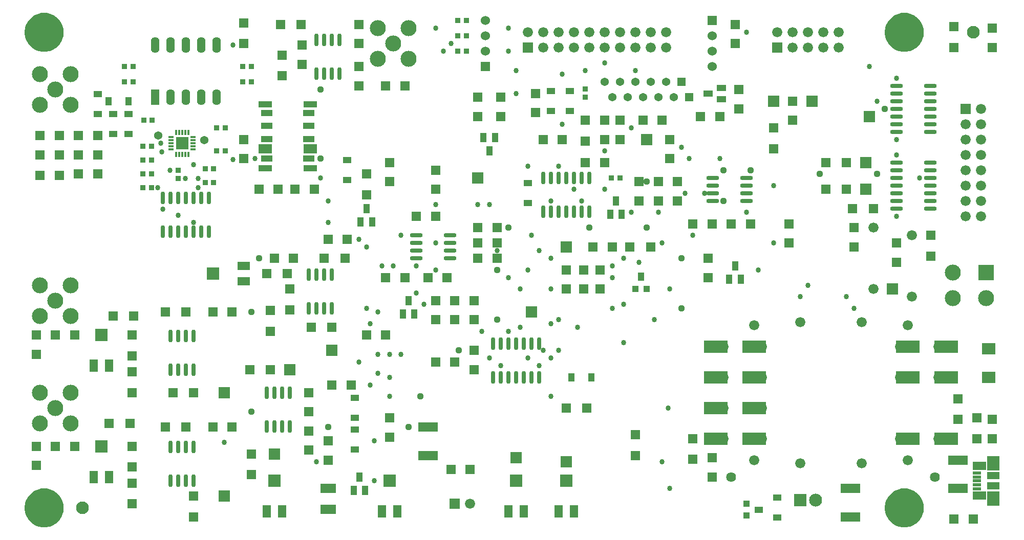
<source format=gts>
*%FSLAX24Y24*%
*%MOIN*%
G01*
%ADD11C,0.0000*%
%ADD12C,0.0050*%
%ADD13C,0.0060*%
%ADD14C,0.0070*%
%ADD15C,0.0073*%
%ADD16C,0.0079*%
%ADD17C,0.0080*%
%ADD18C,0.0098*%
%ADD19C,0.0100*%
%ADD20C,0.0120*%
%ADD21C,0.0160*%
%ADD22C,0.0200*%
%ADD23C,0.0200*%
%ADD24C,0.0240*%
%ADD25O,0.0240X0.0800*%
%ADD26O,0.0280X0.0840*%
%ADD27C,0.0300*%
%ADD28C,0.0300*%
%ADD29C,0.0320*%
%ADD30C,0.0340*%
%ADD31C,0.0360*%
%ADD32C,0.0380*%
%ADD33C,0.0394*%
%ADD34C,0.0400*%
%ADD35C,0.0400*%
%ADD36C,0.0430*%
%ADD37C,0.0434*%
%ADD38C,0.0440*%
%ADD39C,0.0500*%
%ADD40C,0.0500*%
%ADD41O,0.0500X0.1000*%
%ADD42C,0.0520*%
%ADD43C,0.0540*%
%ADD44O,0.0540X0.1040*%
%ADD45C,0.0560*%
%ADD46C,0.0580*%
%ADD47C,0.0600*%
%ADD48C,0.0620*%
%ADD49C,0.0630*%
%ADD50C,0.0640*%
%ADD51C,0.0650*%
%ADD52C,0.0660*%
%ADD53C,0.0670*%
%ADD54C,0.0760*%
%ADD55O,0.0800X0.0240*%
%ADD56C,0.0800*%
%ADD57C,0.0827*%
%ADD58O,0.0840X0.0280*%
%ADD59C,0.0840*%
%ADD60C,0.0850*%
%ADD61C,0.0870*%
%ADD62C,0.1000*%
%ADD63C,0.1040*%
%ADD64C,0.1516*%
%ADD65C,0.2500*%
%ADD66C,0.2500*%
%ADD67R,0.0100X0.0100*%
%ADD68R,0.0100X0.0320*%
%ADD69R,0.0140X0.0360*%
%ADD70R,0.0200X0.0200*%
%ADD71R,0.0300X0.0300*%
%ADD72R,0.0300X0.0300*%
%ADD73R,0.0320X0.0100*%
%ADD74R,0.0340X0.0340*%
%ADD75R,0.0350X0.0550*%
%ADD76R,0.0360X0.0140*%
%ADD77R,0.0360X0.0360*%
%ADD78R,0.0360X0.0500*%
%ADD79R,0.0394X0.0551*%
%ADD80R,0.0394X0.1102*%
%ADD81R,0.0400X0.0400*%
%ADD82R,0.0400X0.0500*%
%ADD83R,0.0400X0.0540*%
%ADD84R,0.0400X0.0750*%
%ADD85R,0.0434X0.0591*%
%ADD86R,0.0440X0.0540*%
%ADD87R,0.0500X0.0360*%
%ADD88R,0.0500X0.0400*%
%ADD89R,0.0500X0.0500*%
%ADD90R,0.0500X0.0500*%
%ADD91R,0.0500X0.0750*%
%ADD92R,0.0500X0.1000*%
%ADD93R,0.0532X0.0177*%
%ADD94R,0.0540X0.0400*%
%ADD95R,0.0540X0.0440*%
%ADD96R,0.0540X0.0540*%
%ADD97R,0.0540X0.0790*%
%ADD98R,0.0540X0.1040*%
%ADD99R,0.0550X0.0350*%
%ADD100R,0.0551X0.0394*%
%ADD101R,0.0560X0.0560*%
%ADD102R,0.0572X0.0217*%
%ADD103R,0.0591X0.0434*%
%ADD104R,0.0600X0.0600*%
%ADD105R,0.0620X0.0620*%
%ADD106R,0.0640X0.0640*%
%ADD107R,0.0650X0.0300*%
%ADD108R,0.0660X0.0660*%
%ADD109R,0.0700X0.0300*%
%ADD110R,0.0700X0.0340*%
%ADD111R,0.0700X0.0350*%
%ADD112R,0.0700X0.0700*%
%ADD113R,0.0700X0.0700*%
%ADD114R,0.0709X0.0394*%
%ADD115R,0.0740X0.0740*%
%ADD116R,0.0748X0.0465*%
%ADD117R,0.0748X0.0937*%
%ADD118R,0.0749X0.0434*%
%ADD119R,0.0750X0.0300*%
%ADD120R,0.0750X0.0400*%
%ADD121R,0.0750X0.0500*%
%ADD122R,0.0750X0.0550*%
%ADD123R,0.0750X0.0800*%
%ADD124R,0.0788X0.0505*%
%ADD125R,0.0788X0.0977*%
%ADD126R,0.0790X0.0540*%
%ADD127R,0.0790X0.0840*%
%ADD128R,0.0800X0.0350*%
%ADD129R,0.0800X0.0550*%
%ADD130R,0.0800X0.0750*%
%ADD131R,0.0800X0.0800*%
%ADD132R,0.0827X0.0394*%
%ADD133R,0.0827X0.0512*%
%ADD134R,0.0827X0.0591*%
%ADD135R,0.0840X0.0790*%
%ADD136R,0.0840X0.0840*%
%ADD137R,0.0850X0.0700*%
%ADD138R,0.0867X0.0434*%
%ADD139R,0.0867X0.0552*%
%ADD140R,0.0867X0.0631*%
%ADD141R,0.0890X0.0740*%
%ADD142R,0.0900X0.0900*%
%ADD143R,0.0960X0.0540*%
%ADD144R,0.1000X0.0600*%
%ADD145R,0.1000X0.1000*%
%ADD146R,0.1000X0.1000*%
%ADD147R,0.1040X0.0640*%
%ADD148R,0.1040X0.1040*%
%ADD149R,0.1100X0.1100*%
%ADD150R,0.1200X0.0500*%
%ADD151R,0.1200X0.1200*%
%ADD152R,0.1250X0.0600*%
%ADD153R,0.1290X0.0640*%
%ADD154R,0.1300X0.0650*%
%ADD155R,0.1300X0.0700*%
%ADD156R,0.1350X0.0600*%
%ADD157R,0.1350X0.0650*%
%ADD158R,0.1400X0.0650*%
%ADD159R,0.1400X0.0700*%
%ADD160R,0.1417X0.0551*%
%ADD161R,0.1500X0.0750*%
%ADD162R,0.1500X0.1500*%
%ADD163R,0.1540X0.0790*%
%ADD164R,0.1600X0.0150*%
%ADD165R,0.2500X0.2500*%
D11*
X87630Y63000D02*
D03*
X88080Y60050D02*
D03*
X88130Y51200D02*
D03*
X88630Y49750D02*
D03*
X88880Y36750D02*
D03*
X88630Y44250D02*
D03*
X87880Y40250D02*
D03*
X88380Y45750D02*
D03*
X87380Y48250D02*
D03*
Y46750D02*
D03*
X87630Y44750D02*
D03*
X87130Y42250D02*
D03*
Y33500D02*
D03*
X88880Y32750D02*
D03*
Y32250D02*
D03*
X86380Y52500D02*
D03*
X86630Y53500D02*
D03*
Y54500D02*
D03*
Y55500D02*
D03*
X86380Y57000D02*
D03*
X86130Y60500D02*
D03*
X85630Y59000D02*
D03*
Y54000D02*
D03*
X85080Y61700D02*
D03*
X85630Y34250D02*
D03*
X86630Y35500D02*
D03*
X85880Y38750D02*
D03*
X85380Y32750D02*
D03*
X85130Y32250D02*
D03*
X84080Y53900D02*
D03*
X84130Y57500D02*
D03*
X83880Y60000D02*
D03*
X84130Y59000D02*
D03*
Y55500D02*
D03*
X84380Y56500D02*
D03*
X84880Y51500D02*
D03*
Y48750D02*
D03*
X83380Y49000D02*
D03*
X84630Y46000D02*
D03*
X84130Y39250D02*
D03*
Y35500D02*
D03*
X84380Y34500D02*
D03*
X81480Y60400D02*
D03*
X82080Y56500D02*
D03*
X81680Y61450D02*
D03*
X81380Y35500D02*
D03*
Y34500D02*
D03*
X81880Y38500D02*
D03*
X79630Y62250D02*
D03*
X81130Y57500D02*
D03*
X79980Y64050D02*
D03*
X80230Y56950D02*
D03*
X79880Y60600D02*
D03*
X80630Y50750D02*
D03*
X80880Y49000D02*
D03*
X79880Y43000D02*
D03*
X80630Y40000D02*
D03*
X80880Y32250D02*
D03*
X78880Y61250D02*
D03*
X79130Y50000D02*
D03*
Y52500D02*
D03*
X78530Y58900D02*
D03*
X77880Y64750D02*
D03*
Y60500D02*
D03*
X78430Y56700D02*
D03*
X77880Y50250D02*
D03*
X77630Y53000D02*
D03*
X78130Y47000D02*
D03*
X78380Y45500D02*
D03*
X78130Y37750D02*
D03*
X78380Y32500D02*
D03*
X76380Y60750D02*
D03*
X75380Y62000D02*
D03*
X77130Y62250D02*
D03*
X75630Y53000D02*
D03*
X77130Y35500D02*
D03*
X76880Y34500D02*
D03*
X75880Y43000D02*
D03*
Y40000D02*
D03*
X75630Y32250D02*
D03*
X74130Y60750D02*
D03*
X75130Y54250D02*
D03*
X74030Y62400D02*
D03*
X74880Y35500D02*
D03*
Y48750D02*
D03*
X74130Y32250D02*
D03*
X71380Y61750D02*
D03*
X72130Y54000D02*
D03*
Y52750D02*
D03*
X71980Y55850D02*
D03*
X71880Y57750D02*
D03*
X73030Y57000D02*
D03*
X71880Y50750D02*
D03*
X71630Y35750D02*
D03*
X72380Y41500D02*
D03*
X73130Y34500D02*
D03*
Y49500D02*
D03*
X72130Y32500D02*
D03*
X69630Y57400D02*
D03*
X69880Y46000D02*
D03*
X71130Y48500D02*
D03*
X70630Y44500D02*
D03*
X69880Y42750D02*
D03*
X70630Y40500D02*
D03*
X70130Y38500D02*
D03*
X70630Y33750D02*
D03*
X68230Y58850D02*
D03*
X68580Y62850D02*
D03*
X68480Y49900D02*
D03*
X67880Y51000D02*
D03*
X67930Y54950D02*
D03*
X69380Y43750D02*
D03*
X67880Y47250D02*
D03*
Y48500D02*
D03*
Y33500D02*
D03*
X69380Y33250D02*
D03*
X67080Y51700D02*
D03*
X65880Y50750D02*
D03*
X66130Y44750D02*
D03*
X65630Y45750D02*
D03*
X66630Y42750D02*
D03*
Y40250D02*
D03*
X66130Y38750D02*
D03*
X66880Y33500D02*
D03*
X64380Y53750D02*
D03*
X64880Y56000D02*
D03*
X64130Y50750D02*
D03*
X65380Y51750D02*
D03*
X64630Y43250D02*
D03*
X64880Y36500D02*
D03*
X63880Y39250D02*
D03*
X64380Y40500D02*
D03*
Y37500D02*
D03*
X63380Y54750D02*
D03*
X63180Y64550D02*
D03*
X63030Y62450D02*
D03*
X63380Y52500D02*
D03*
Y42250D02*
D03*
Y45750D02*
D03*
Y36250D02*
D03*
Y34250D02*
D03*
Y32750D02*
D03*
X62080Y62500D02*
D03*
X61730Y61000D02*
D03*
X62130Y49250D02*
D03*
Y37750D02*
D03*
Y40750D02*
D03*
X62380Y42750D02*
D03*
X61630Y48000D02*
D03*
X59880Y58050D02*
D03*
X59780Y55800D02*
D03*
X61380Y44750D02*
D03*
Y43250D02*
D03*
X60380Y39000D02*
D03*
X59680Y46000D02*
D03*
X60730Y42100D02*
D03*
X60630Y49250D02*
D03*
X61130Y46000D02*
D03*
X59880Y32750D02*
D03*
X59380Y53750D02*
D03*
X57830Y63850D02*
D03*
X59230Y61100D02*
D03*
X58430Y55750D02*
D03*
X58380Y57750D02*
D03*
X59630Y44750D02*
D03*
Y35750D02*
D03*
X58880Y37600D02*
D03*
X59330Y42800D02*
D03*
X59080Y49200D02*
D03*
X59380Y47850D02*
D03*
X59630Y34000D02*
D03*
X56830Y63900D02*
D03*
X57030Y61350D02*
D03*
X57380Y52250D02*
D03*
X57180Y56450D02*
D03*
X57230Y54800D02*
D03*
X55880Y44150D02*
D03*
X56130Y35750D02*
D03*
X56880Y36500D02*
D03*
X56130Y37250D02*
D03*
X55880Y40550D02*
D03*
X56030Y47150D02*
D03*
X55730Y45850D02*
D03*
X55880Y48500D02*
D03*
X56880Y38750D02*
D03*
X56380Y33750D02*
D03*
Y32750D02*
D03*
X54180Y57100D02*
D03*
X54380Y62100D02*
D03*
X54130Y59400D02*
D03*
X54630Y49750D02*
D03*
Y50750D02*
D03*
Y51500D02*
D03*
X54880Y52500D02*
D03*
X54130Y53500D02*
D03*
X54380Y41750D02*
D03*
X55380Y36500D02*
D03*
X54230Y37200D02*
D03*
X53830Y44350D02*
D03*
X55630Y34750D02*
D03*
X54130Y40750D02*
D03*
X52030Y57000D02*
D03*
X52130Y62100D02*
D03*
X52180Y59400D02*
D03*
X52880Y51250D02*
D03*
X53130Y53000D02*
D03*
X52130Y35500D02*
D03*
X52280Y44250D02*
D03*
X53380Y45750D02*
D03*
X52130Y41000D02*
D03*
X53380Y34750D02*
D03*
X49880Y62250D02*
D03*
X51780Y54600D02*
D03*
X51130Y51250D02*
D03*
X50380Y40750D02*
D03*
X49880Y45000D02*
D03*
X51130Y43750D02*
D03*
X50630Y36400D02*
D03*
X50680Y39600D02*
D03*
X50980Y41950D02*
D03*
X51280Y44750D02*
D03*
X49930Y43500D02*
D03*
X50330Y47350D02*
D03*
X51380Y33250D02*
D03*
X48380Y59750D02*
D03*
Y61250D02*
D03*
X49730Y52750D02*
D03*
X49530Y50700D02*
D03*
X48230Y50750D02*
D03*
X48380Y40500D02*
D03*
X49280Y42150D02*
D03*
X48030Y45500D02*
D03*
Y43500D02*
D03*
X49280Y39750D02*
D03*
X48280Y37800D02*
D03*
X48230Y39400D02*
D03*
X48130Y36500D02*
D03*
X49130D02*
D03*
X47430Y55000D02*
D03*
X47630Y42000D02*
D03*
Y33000D02*
D03*
X46380Y64250D02*
D03*
X46630Y64750D02*
D03*
X46880Y62500D02*
D03*
Y59750D02*
D03*
X47130Y51500D02*
D03*
Y53000D02*
D03*
X46380Y51000D02*
D03*
X46130Y50000D02*
D03*
X45980Y57050D02*
D03*
X47130Y43250D02*
D03*
Y48250D02*
D03*
Y45500D02*
D03*
Y46500D02*
D03*
X46130Y35250D02*
D03*
X44780Y62050D02*
D03*
X45880Y58500D02*
D03*
X45180Y55150D02*
D03*
X44630Y44000D02*
D03*
X44880Y45400D02*
D03*
Y47000D02*
D03*
X45380Y42000D02*
D03*
X44430Y41250D02*
D03*
X45130Y35250D02*
D03*
X44630Y33000D02*
D03*
X43180Y63750D02*
D03*
X42580Y60500D02*
D03*
X42930Y55100D02*
D03*
X43130Y58000D02*
D03*
X42980Y59350D02*
D03*
X43880Y53000D02*
D03*
X43630Y50750D02*
D03*
X43130Y35000D02*
D03*
Y36750D02*
D03*
X43380Y33500D02*
D03*
X40830Y58450D02*
D03*
Y57300D02*
D03*
X40580Y53750D02*
D03*
X40130Y58750D02*
D03*
Y62250D02*
D03*
X41130Y63750D02*
D03*
Y62750D02*
D03*
X41630Y60000D02*
D03*
X40780Y56400D02*
D03*
X40580Y51250D02*
D03*
X40630Y52800D02*
D03*
X41880Y43850D02*
D03*
X40380Y34000D02*
D03*
X41630Y41250D02*
D03*
X41130Y46750D02*
D03*
X40130Y43500D02*
D03*
X41130D02*
D03*
X40130Y41250D02*
D03*
X41130Y38750D02*
D03*
Y37750D02*
D03*
X40880Y32750D02*
D03*
X38630Y54650D02*
D03*
X38880Y58750D02*
D03*
Y61250D02*
D03*
Y62250D02*
D03*
X39380Y55000D02*
D03*
X38330Y51000D02*
D03*
X39630Y51250D02*
D03*
X39680Y52850D02*
D03*
X39930Y40000D02*
D03*
X39880Y46750D02*
D03*
X39130Y47750D02*
D03*
Y49000D02*
D03*
Y39250D02*
D03*
X39380Y36750D02*
D03*
X38380Y35500D02*
D03*
X39380Y32750D02*
D03*
X36880Y56000D02*
D03*
X37780Y55800D02*
D03*
X37280Y57400D02*
D03*
X37880Y58750D02*
D03*
X37130Y62250D02*
D03*
X37880Y40000D02*
D03*
X37630Y44250D02*
D03*
Y41250D02*
D03*
Y37250D02*
D03*
X37380Y39000D02*
D03*
X37630Y34500D02*
D03*
Y32500D02*
D03*
X34230Y51000D02*
D03*
X35380Y57900D02*
D03*
X34380Y58750D02*
D03*
X35880Y60750D02*
D03*
X34880Y62250D02*
D03*
X34380Y53200D02*
D03*
Y45750D02*
D03*
X35880Y34000D02*
D03*
Y35750D02*
D03*
Y43000D02*
D03*
Y41250D02*
D03*
Y32500D02*
D03*
X33430Y55200D02*
D03*
X33630Y57800D02*
D03*
Y62250D02*
D03*
Y60250D02*
D03*
Y61250D02*
D03*
X32980Y56550D02*
D03*
X34130Y42250D02*
D03*
Y41250D02*
D03*
Y43750D02*
D03*
Y44750D02*
D03*
Y39500D02*
D03*
X33880Y37500D02*
D03*
Y36500D02*
D03*
Y35000D02*
D03*
Y34000D02*
D03*
X33630Y33250D02*
D03*
X32180Y58050D02*
D03*
X31880Y44500D02*
D03*
X32130Y42500D02*
D03*
Y36000D02*
D03*
Y33250D02*
D03*
X31280Y60100D02*
D03*
X30630Y54000D02*
D03*
X31180Y56700D02*
D03*
X30880Y58000D02*
D03*
X31230Y54750D02*
D03*
X31380Y34000D02*
D03*
Y39250D02*
D03*
X28830Y57950D02*
D03*
X29980Y56550D02*
D03*
X28730D02*
D03*
X29380Y54000D02*
D03*
X28730Y54650D02*
D03*
X29980Y54750D02*
D03*
X29380Y35400D02*
D03*
X28380Y35750D02*
D03*
X29880Y44250D02*
D03*
X29630Y42250D02*
D03*
X29880Y36750D02*
D03*
X27480Y56550D02*
D03*
X28130Y54000D02*
D03*
X26880D02*
D03*
X28180Y57850D02*
D03*
X26680Y58450D02*
D03*
X27530Y54650D02*
D03*
X27130Y37750D02*
D03*
X27380Y43000D02*
D03*
X26630Y42250D02*
D03*
X27380Y35750D02*
D03*
X26230Y56550D02*
D03*
Y54650D02*
D03*
D26*
X62630Y54500D02*
D03*
X62130D02*
D03*
X61630D02*
D03*
X61130D02*
D03*
X60630D02*
D03*
X60130D02*
D03*
X59630D02*
D03*
Y52300D02*
D03*
X60130D02*
D03*
X60630D02*
D03*
X61130D02*
D03*
X61630D02*
D03*
X62630D02*
D03*
X62130D02*
D03*
X56380Y41500D02*
D03*
X56880D02*
D03*
X57380D02*
D03*
X57880D02*
D03*
X58380D02*
D03*
X58880D02*
D03*
X59380D02*
D03*
Y43700D02*
D03*
X58880D02*
D03*
X58380D02*
D03*
X57880D02*
D03*
X57380D02*
D03*
X56380D02*
D03*
X56880D02*
D03*
X46380Y61300D02*
D03*
X45880D02*
D03*
X45380D02*
D03*
X44880D02*
D03*
Y63500D02*
D03*
X45380D02*
D03*
X45880D02*
D03*
X46380D02*
D03*
X34880Y51000D02*
D03*
X35380D02*
D03*
X35880D02*
D03*
X36380D02*
D03*
X36880D02*
D03*
X37380D02*
D03*
X37880D02*
D03*
Y53200D02*
D03*
X37380D02*
D03*
X36880D02*
D03*
X36380D02*
D03*
X35880D02*
D03*
X34880D02*
D03*
X35380D02*
D03*
X44380Y46000D02*
D03*
X44880D02*
D03*
X45380D02*
D03*
X45880D02*
D03*
Y48200D02*
D03*
X45380D02*
D03*
X44880D02*
D03*
X44380D02*
D03*
X35380Y42000D02*
D03*
X35880D02*
D03*
X36380D02*
D03*
X36880D02*
D03*
Y44200D02*
D03*
X36380D02*
D03*
X35880D02*
D03*
X35380D02*
D03*
Y34750D02*
D03*
X35880D02*
D03*
X36380D02*
D03*
X36880D02*
D03*
Y36950D02*
D03*
X36380D02*
D03*
X35880D02*
D03*
X35380D02*
D03*
X43130Y38300D02*
D03*
X42630D02*
D03*
X42130D02*
D03*
X41630D02*
D03*
Y40500D02*
D03*
X42130D02*
D03*
X42630D02*
D03*
X43130D02*
D03*
D30*
X84130Y54500D02*
D03*
X82630Y61000D02*
D03*
X81380Y59500D02*
D03*
X82630Y57000D02*
D03*
Y56000D02*
D03*
Y52000D02*
D03*
X80880Y61750D02*
D03*
X79380Y46750D02*
D03*
X79880Y46000D02*
D03*
X76880Y47500D02*
D03*
X76380Y46750D02*
D03*
X74630Y50250D02*
D03*
Y54000D02*
D03*
X73630Y48500D02*
D03*
X72880Y64000D02*
D03*
Y52250D02*
D03*
X70130Y53500D02*
D03*
X71130Y55750D02*
D03*
X68630Y56500D02*
D03*
X69380Y50750D02*
D03*
X69130Y55750D02*
D03*
X68880Y53500D02*
D03*
X67880Y34250D02*
D03*
Y47250D02*
D03*
X67780Y39500D02*
D03*
X67130Y52250D02*
D03*
X67380Y50250D02*
D03*
X65630Y61500D02*
D03*
X67380Y36000D02*
D03*
X65880Y49000D02*
D03*
X66880Y45250D02*
D03*
X65380Y52250D02*
D03*
Y57750D02*
D03*
X63630Y56250D02*
D03*
Y53750D02*
D03*
Y62000D02*
D03*
X64130Y48750D02*
D03*
X64880Y43750D02*
D03*
Y46250D02*
D03*
Y49250D02*
D03*
X64130Y48000D02*
D03*
Y46000D02*
D03*
X62130Y53000D02*
D03*
X62380Y61500D02*
D03*
X61630Y53750D02*
D03*
X61880Y44750D02*
D03*
X60630Y55250D02*
D03*
X60880Y61250D02*
D03*
Y58000D02*
D03*
X60130Y53000D02*
D03*
Y42750D02*
D03*
X60630Y43250D02*
D03*
X60130Y45000D02*
D03*
Y49250D02*
D03*
Y47250D02*
D03*
Y40250D02*
D03*
X60630Y45250D02*
D03*
X58630Y55250D02*
D03*
X57880Y61500D02*
D03*
X58880Y50750D02*
D03*
X59380Y49750D02*
D03*
X57880Y60000D02*
D03*
X59630Y43250D02*
D03*
X58630Y42750D02*
D03*
X58130Y44750D02*
D03*
X58630Y48500D02*
D03*
X58130Y47250D02*
D03*
X59380Y42250D02*
D03*
X56130Y52750D02*
D03*
X57380Y64250D02*
D03*
X56630Y49750D02*
D03*
X57380Y62750D02*
D03*
X56880Y42250D02*
D03*
X57380Y44500D02*
D03*
Y48000D02*
D03*
X56130Y42750D02*
D03*
X55380Y52750D02*
D03*
X55630Y44500D02*
D03*
X52630Y52750D02*
D03*
Y50250D02*
D03*
X53630Y63250D02*
D03*
X53130Y62750D02*
D03*
X52630Y64250D02*
D03*
Y48500D02*
D03*
X51880Y46250D02*
D03*
X50380Y50750D02*
D03*
X51380Y48750D02*
D03*
X50380Y43000D02*
D03*
X49880Y48750D02*
D03*
X51380Y47000D02*
D03*
X48130Y50000D02*
D03*
X49130Y48750D02*
D03*
X48130Y46000D02*
D03*
X48380Y45000D02*
D03*
X48880Y45750D02*
D03*
Y43000D02*
D03*
Y41750D02*
D03*
X48380Y41000D02*
D03*
X49630Y43000D02*
D03*
Y41500D02*
D03*
Y40250D02*
D03*
X48630Y34750D02*
D03*
Y37350D02*
D03*
X47630Y50500D02*
D03*
Y42500D02*
D03*
X45630Y53000D02*
D03*
Y51600D02*
D03*
X45130Y54500D02*
D03*
X44880Y36000D02*
D03*
X40880Y55750D02*
D03*
X39430Y55700D02*
D03*
Y63150D02*
D03*
X38880Y37250D02*
D03*
X36880Y51600D02*
D03*
Y55350D02*
D03*
X37180Y54450D02*
D03*
X36330D02*
D03*
X37180Y53850D02*
D03*
X35880Y52050D02*
D03*
X34880Y52450D02*
D03*
X34730Y56750D02*
D03*
X35330Y55000D02*
D03*
X34530Y53850D02*
D03*
X34790Y56180D02*
D03*
D37*
X87630Y64000D02*
D03*
X29630Y33000D02*
D03*
D38*
X81380Y54750D02*
D03*
X81880Y59000D02*
D03*
X77630Y54750D02*
D03*
X73130Y55000D02*
D03*
X71380Y53000D02*
D03*
Y55000D02*
D03*
X68630Y46000D02*
D03*
Y49250D02*
D03*
X66380Y54250D02*
D03*
Y51250D02*
D03*
X62630D02*
D03*
X57380D02*
D03*
X56630Y48500D02*
D03*
Y45250D02*
D03*
X54130Y43250D02*
D03*
X50880Y38250D02*
D03*
X51630Y40250D02*
D03*
X45130Y60250D02*
D03*
Y55750D02*
D03*
X45630Y38250D02*
D03*
X41130Y49250D02*
D03*
X40630Y45750D02*
D03*
Y39250D02*
D03*
D40*
X82110Y64000D02*
X82111D01*
X82110D02*
X82115Y63903D01*
X82128Y63807D01*
X82151Y63713D01*
X82183Y63621D01*
X82223Y63533D01*
X82272Y63449D01*
X82328Y63369D01*
X82392Y63296D01*
X82462Y63229D01*
X82538Y63169D01*
X82620Y63117D01*
X82706Y63072D01*
X82796Y63036D01*
X82890Y63009D01*
X82985Y62990D01*
X83081Y62981D01*
X83179D01*
X83275Y62990D01*
X83370Y63009D01*
X83464Y63036D01*
X83554Y63072D01*
X83640Y63117D01*
X83722Y63169D01*
X83798Y63229D01*
X83868Y63296D01*
X83932Y63369D01*
X83988Y63449D01*
X84037Y63533D01*
X84077Y63621D01*
X84109Y63713D01*
X84132Y63807D01*
X84145Y63903D01*
X84150Y64000D01*
X84151D01*
X84150D02*
X84145Y64097D01*
X84132Y64193D01*
X84109Y64287D01*
X84077Y64379D01*
X84037Y64467D01*
X83988Y64551D01*
X83932Y64631D01*
X83868Y64704D01*
X83798Y64771D01*
X83722Y64831D01*
X83640Y64883D01*
X83554Y64928D01*
X83464Y64964D01*
X83370Y64991D01*
X83275Y65010D01*
X83179Y65019D01*
X83081D01*
X82985Y65010D01*
X82890Y64991D01*
X82796Y64964D01*
X82706Y64928D01*
X82620Y64883D01*
X82538Y64831D01*
X82462Y64771D01*
X82392Y64704D01*
X82328Y64631D01*
X82272Y64551D01*
X82223Y64467D01*
X82183Y64379D01*
X82151Y64287D01*
X82128Y64193D01*
X82115Y64097D01*
X82110Y64000D01*
X82590D02*
X82591D01*
X82590D02*
X82596Y63920D01*
X82614Y63841D01*
X82643Y63766D01*
X82684Y63696D01*
X82734Y63633D01*
X82793Y63578D01*
X82860Y63532D01*
X82933Y63497D01*
X83010Y63474D01*
X83090Y63462D01*
X83170D01*
X83250Y63474D01*
X83327Y63497D01*
X83400Y63532D01*
X83467Y63578D01*
X83526Y63633D01*
X83576Y63696D01*
X83617Y63766D01*
X83646Y63841D01*
X83664Y63920D01*
X83670Y64000D01*
X83671D01*
X83670D02*
X83664Y64080D01*
X83646Y64159D01*
X83617Y64234D01*
X83576Y64304D01*
X83526Y64367D01*
X83467Y64422D01*
X83400Y64468D01*
X83327Y64503D01*
X83250Y64526D01*
X83170Y64538D01*
X83090D01*
X83010Y64526D01*
X82933Y64503D01*
X82860Y64468D01*
X82793Y64422D01*
X82734Y64367D01*
X82684Y64304D01*
X82643Y64234D01*
X82614Y64159D01*
X82596Y64080D01*
X82590Y64000D01*
X83070D02*
X83071D01*
X83070D02*
X83074Y63979D01*
X83084Y63961D01*
X83100Y63948D01*
X83120Y63941D01*
X83140D01*
X83160Y63948D01*
X83176Y63961D01*
X83186Y63979D01*
X83190Y64000D01*
X83191D01*
X83190D02*
X83186Y64021D01*
X83176Y64039D01*
X83160Y64052D01*
X83140Y64059D01*
X83120D01*
X83100Y64052D01*
X83084Y64039D01*
X83074Y64021D01*
X83070Y64000D01*
X82110Y33000D02*
X82111D01*
X82110D02*
X82115Y32903D01*
X82128Y32807D01*
X82151Y32713D01*
X82183Y32621D01*
X82223Y32533D01*
X82272Y32449D01*
X82328Y32369D01*
X82392Y32296D01*
X82462Y32229D01*
X82538Y32169D01*
X82620Y32117D01*
X82706Y32072D01*
X82796Y32036D01*
X82890Y32009D01*
X82985Y31990D01*
X83081Y31981D01*
X83179D01*
X83275Y31990D01*
X83370Y32009D01*
X83464Y32036D01*
X83554Y32072D01*
X83640Y32117D01*
X83722Y32169D01*
X83798Y32229D01*
X83868Y32296D01*
X83932Y32369D01*
X83988Y32449D01*
X84037Y32533D01*
X84077Y32621D01*
X84109Y32713D01*
X84132Y32807D01*
X84145Y32903D01*
X84150Y33000D01*
X84151D01*
X84150D02*
X84145Y33097D01*
X84132Y33193D01*
X84109Y33287D01*
X84077Y33379D01*
X84037Y33467D01*
X83988Y33551D01*
X83932Y33631D01*
X83868Y33704D01*
X83798Y33771D01*
X83722Y33831D01*
X83640Y33883D01*
X83554Y33928D01*
X83464Y33964D01*
X83370Y33991D01*
X83275Y34010D01*
X83179Y34019D01*
X83081D01*
X82985Y34010D01*
X82890Y33991D01*
X82796Y33964D01*
X82706Y33928D01*
X82620Y33883D01*
X82538Y33831D01*
X82462Y33771D01*
X82392Y33704D01*
X82328Y33631D01*
X82272Y33551D01*
X82223Y33467D01*
X82183Y33379D01*
X82151Y33287D01*
X82128Y33193D01*
X82115Y33097D01*
X82110Y33000D01*
X82590D02*
X82591D01*
X82590D02*
X82596Y32920D01*
X82614Y32841D01*
X82643Y32766D01*
X82684Y32696D01*
X82734Y32633D01*
X82793Y32578D01*
X82860Y32532D01*
X82933Y32497D01*
X83010Y32474D01*
X83090Y32462D01*
X83170D01*
X83250Y32474D01*
X83327Y32497D01*
X83400Y32532D01*
X83467Y32578D01*
X83526Y32633D01*
X83576Y32696D01*
X83617Y32766D01*
X83646Y32841D01*
X83664Y32920D01*
X83670Y33000D01*
X83671D01*
X83670D02*
X83664Y33080D01*
X83646Y33159D01*
X83617Y33234D01*
X83576Y33304D01*
X83526Y33367D01*
X83467Y33422D01*
X83400Y33468D01*
X83327Y33503D01*
X83250Y33526D01*
X83170Y33538D01*
X83090D01*
X83010Y33526D01*
X82933Y33503D01*
X82860Y33468D01*
X82793Y33422D01*
X82734Y33367D01*
X82684Y33304D01*
X82643Y33234D01*
X82614Y33159D01*
X82596Y33080D01*
X82590Y33000D01*
X83070D02*
X83071D01*
X83070D02*
X83074Y32979D01*
X83084Y32961D01*
X83100Y32948D01*
X83120Y32941D01*
X83140D01*
X83160Y32948D01*
X83176Y32961D01*
X83186Y32979D01*
X83190Y33000D01*
X83191D01*
X83190D02*
X83186Y33021D01*
X83176Y33039D01*
X83160Y33052D01*
X83140Y33059D01*
X83120D01*
X83100Y33052D01*
X83084Y33039D01*
X83074Y33021D01*
X83070Y33000D01*
X26110Y64000D02*
X26111D01*
X26110D02*
X26115Y63903D01*
X26128Y63807D01*
X26151Y63713D01*
X26183Y63621D01*
X26223Y63533D01*
X26272Y63449D01*
X26328Y63369D01*
X26392Y63296D01*
X26462Y63229D01*
X26538Y63169D01*
X26620Y63117D01*
X26706Y63072D01*
X26796Y63036D01*
X26890Y63009D01*
X26985Y62990D01*
X27081Y62981D01*
X27179D01*
X27275Y62990D01*
X27370Y63009D01*
X27464Y63036D01*
X27554Y63072D01*
X27640Y63117D01*
X27722Y63169D01*
X27798Y63229D01*
X27868Y63296D01*
X27932Y63369D01*
X27988Y63449D01*
X28037Y63533D01*
X28077Y63621D01*
X28109Y63713D01*
X28132Y63807D01*
X28145Y63903D01*
X28150Y64000D01*
X28151D01*
X28150D02*
X28145Y64097D01*
X28132Y64193D01*
X28109Y64287D01*
X28077Y64379D01*
X28037Y64467D01*
X27988Y64551D01*
X27932Y64631D01*
X27868Y64704D01*
X27798Y64771D01*
X27722Y64831D01*
X27640Y64883D01*
X27554Y64928D01*
X27464Y64964D01*
X27370Y64991D01*
X27275Y65010D01*
X27179Y65019D01*
X27081D01*
X26985Y65010D01*
X26890Y64991D01*
X26796Y64964D01*
X26706Y64928D01*
X26620Y64883D01*
X26538Y64831D01*
X26462Y64771D01*
X26392Y64704D01*
X26328Y64631D01*
X26272Y64551D01*
X26223Y64467D01*
X26183Y64379D01*
X26151Y64287D01*
X26128Y64193D01*
X26115Y64097D01*
X26110Y64000D01*
X26590D02*
X26591D01*
X26590D02*
X26596Y63920D01*
X26614Y63841D01*
X26643Y63766D01*
X26684Y63696D01*
X26734Y63633D01*
X26793Y63578D01*
X26860Y63532D01*
X26933Y63497D01*
X27010Y63474D01*
X27090Y63462D01*
X27170D01*
X27250Y63474D01*
X27327Y63497D01*
X27400Y63532D01*
X27467Y63578D01*
X27526Y63633D01*
X27576Y63696D01*
X27617Y63766D01*
X27646Y63841D01*
X27664Y63920D01*
X27670Y64000D01*
X27671D01*
X27670D02*
X27664Y64080D01*
X27646Y64159D01*
X27617Y64234D01*
X27576Y64304D01*
X27526Y64367D01*
X27467Y64422D01*
X27400Y64468D01*
X27327Y64503D01*
X27250Y64526D01*
X27170Y64538D01*
X27090D01*
X27010Y64526D01*
X26933Y64503D01*
X26860Y64468D01*
X26793Y64422D01*
X26734Y64367D01*
X26684Y64304D01*
X26643Y64234D01*
X26614Y64159D01*
X26596Y64080D01*
X26590Y64000D01*
X27070D02*
X27071D01*
X27070D02*
X27074Y63979D01*
X27084Y63961D01*
X27100Y63948D01*
X27120Y63941D01*
X27140D01*
X27160Y63948D01*
X27176Y63961D01*
X27186Y63979D01*
X27190Y64000D01*
X27191D01*
X27190D02*
X27186Y64021D01*
X27176Y64039D01*
X27160Y64052D01*
X27140Y64059D01*
X27120D01*
X27100Y64052D01*
X27084Y64039D01*
X27074Y64021D01*
X27070Y64000D01*
X26110Y33000D02*
X26111D01*
X26110D02*
X26115Y32903D01*
X26128Y32807D01*
X26151Y32713D01*
X26183Y32621D01*
X26223Y32533D01*
X26272Y32449D01*
X26328Y32369D01*
X26392Y32296D01*
X26462Y32229D01*
X26538Y32169D01*
X26620Y32117D01*
X26706Y32072D01*
X26796Y32036D01*
X26890Y32009D01*
X26985Y31990D01*
X27081Y31981D01*
X27179D01*
X27275Y31990D01*
X27370Y32009D01*
X27464Y32036D01*
X27554Y32072D01*
X27640Y32117D01*
X27722Y32169D01*
X27798Y32229D01*
X27868Y32296D01*
X27932Y32369D01*
X27988Y32449D01*
X28037Y32533D01*
X28077Y32621D01*
X28109Y32713D01*
X28132Y32807D01*
X28145Y32903D01*
X28150Y33000D01*
X28151D01*
X28150D02*
X28145Y33097D01*
X28132Y33193D01*
X28109Y33287D01*
X28077Y33379D01*
X28037Y33467D01*
X27988Y33551D01*
X27932Y33631D01*
X27868Y33704D01*
X27798Y33771D01*
X27722Y33831D01*
X27640Y33883D01*
X27554Y33928D01*
X27464Y33964D01*
X27370Y33991D01*
X27275Y34010D01*
X27179Y34019D01*
X27081D01*
X26985Y34010D01*
X26890Y33991D01*
X26796Y33964D01*
X26706Y33928D01*
X26620Y33883D01*
X26538Y33831D01*
X26462Y33771D01*
X26392Y33704D01*
X26328Y33631D01*
X26272Y33551D01*
X26223Y33467D01*
X26183Y33379D01*
X26151Y33287D01*
X26128Y33193D01*
X26115Y33097D01*
X26110Y33000D01*
X26590D02*
X26591D01*
X26590D02*
X26596Y32920D01*
X26614Y32841D01*
X26643Y32766D01*
X26684Y32696D01*
X26734Y32633D01*
X26793Y32578D01*
X26860Y32532D01*
X26933Y32497D01*
X27010Y32474D01*
X27090Y32462D01*
X27170D01*
X27250Y32474D01*
X27327Y32497D01*
X27400Y32532D01*
X27467Y32578D01*
X27526Y32633D01*
X27576Y32696D01*
X27617Y32766D01*
X27646Y32841D01*
X27664Y32920D01*
X27670Y33000D01*
X27671D01*
X27670D02*
X27664Y33080D01*
X27646Y33159D01*
X27617Y33234D01*
X27576Y33304D01*
X27526Y33367D01*
X27467Y33422D01*
X27400Y33468D01*
X27327Y33503D01*
X27250Y33526D01*
X27170Y33538D01*
X27090D01*
X27010Y33526D01*
X26933Y33503D01*
X26860Y33468D01*
X26793Y33422D01*
X26734Y33367D01*
X26684Y33304D01*
X26643Y33234D01*
X26614Y33159D01*
X26596Y33080D01*
X26590Y33000D01*
X27070D02*
X27071D01*
X27070D02*
X27074Y32979D01*
X27084Y32961D01*
X27100Y32948D01*
X27120Y32941D01*
X27140D01*
X27160Y32948D01*
X27176Y32961D01*
X27186Y32979D01*
X27190Y33000D01*
X27191D01*
X27190D02*
X27186Y33021D01*
X27176Y33039D01*
X27160Y33052D01*
X27140Y33059D01*
X27120D01*
X27100Y33052D01*
X27084Y33039D01*
X27074Y33021D01*
X27070Y33000D01*
D43*
X37580Y56950D02*
D03*
X34580Y57250D02*
D03*
X68130Y59750D02*
D03*
X64130D02*
D03*
X65130D02*
D03*
X66130D02*
D03*
X67130D02*
D03*
X67630Y60750D02*
D03*
X63630D02*
D03*
X64630D02*
D03*
X65630D02*
D03*
X66630D02*
D03*
D44*
X34380Y63150D02*
D03*
X35380D02*
D03*
X36380D02*
D03*
X37380D02*
D03*
X38380D02*
D03*
X35380Y59750D02*
D03*
X36380D02*
D03*
X37380D02*
D03*
X38380D02*
D03*
D47*
X70630Y61750D02*
D03*
Y62750D02*
D03*
Y63750D02*
D03*
X55880Y64750D02*
D03*
Y63750D02*
D03*
Y62750D02*
D03*
D50*
X85130Y35000D02*
D03*
X71880D02*
D03*
D52*
X88130Y52000D02*
D03*
X87130D02*
D03*
X88130Y53000D02*
D03*
X87130D02*
D03*
X88130Y54000D02*
D03*
X87130D02*
D03*
X88130Y55000D02*
D03*
X87130D02*
D03*
X88130Y56000D02*
D03*
X87130D02*
D03*
X88130Y57000D02*
D03*
X87130D02*
D03*
Y58000D02*
D03*
X88130Y59000D02*
D03*
Y58000D02*
D03*
X81130Y51250D02*
D03*
Y47250D02*
D03*
X83630Y50750D02*
D03*
Y46750D02*
D03*
X67630Y64000D02*
D03*
Y63000D02*
D03*
X66630Y64000D02*
D03*
Y63000D02*
D03*
X65630Y64000D02*
D03*
Y63000D02*
D03*
X64630Y64000D02*
D03*
Y63000D02*
D03*
X63630Y64000D02*
D03*
Y63000D02*
D03*
X62630Y64000D02*
D03*
Y63000D02*
D03*
X61630Y64000D02*
D03*
Y63000D02*
D03*
X60630Y64000D02*
D03*
Y63000D02*
D03*
X59630D02*
D03*
X58630Y64000D02*
D03*
X59630D02*
D03*
X78880D02*
D03*
X75880Y63000D02*
D03*
X76880D02*
D03*
X77880D02*
D03*
X78880D02*
D03*
X74880Y64000D02*
D03*
X75880D02*
D03*
X76880D02*
D03*
X77880D02*
D03*
X80380Y35900D02*
D03*
Y45100D02*
D03*
X76380D02*
D03*
Y35900D02*
D03*
X73880Y43500D02*
D03*
Y41500D02*
D03*
Y39500D02*
D03*
Y37500D02*
D03*
X82880D02*
D03*
Y41500D02*
D03*
Y43500D02*
D03*
X83380Y36100D02*
D03*
X73380D02*
D03*
X83380Y44900D02*
D03*
X73380D02*
D03*
X71380Y43500D02*
D03*
Y41500D02*
D03*
Y39500D02*
D03*
Y37500D02*
D03*
X85380D02*
D03*
Y41500D02*
D03*
Y43500D02*
D03*
X54880Y33250D02*
D03*
D57*
X87630Y64000D02*
D03*
X29630Y33000D02*
D03*
D58*
X84830Y55000D02*
D03*
Y55500D02*
D03*
Y54500D02*
D03*
Y54000D02*
D03*
Y53500D02*
D03*
Y53000D02*
D03*
Y52500D02*
D03*
X82630D02*
D03*
Y53000D02*
D03*
Y53500D02*
D03*
Y54000D02*
D03*
Y54500D02*
D03*
Y55000D02*
D03*
Y55500D02*
D03*
X84830Y60000D02*
D03*
Y60500D02*
D03*
Y59500D02*
D03*
Y59000D02*
D03*
Y58500D02*
D03*
Y58000D02*
D03*
Y57500D02*
D03*
X82630D02*
D03*
Y58000D02*
D03*
Y58500D02*
D03*
Y59000D02*
D03*
Y59500D02*
D03*
Y60000D02*
D03*
Y60500D02*
D03*
X72880Y53000D02*
D03*
Y53500D02*
D03*
Y54000D02*
D03*
Y54500D02*
D03*
X70680D02*
D03*
Y54000D02*
D03*
Y53500D02*
D03*
Y53000D02*
D03*
X53580Y50750D02*
D03*
Y50250D02*
D03*
Y49750D02*
D03*
Y49250D02*
D03*
X51380D02*
D03*
Y49750D02*
D03*
Y50250D02*
D03*
Y50750D02*
D03*
D59*
X77380Y33500D02*
D03*
D63*
X88463Y46673D02*
D03*
X86297Y48327D02*
D03*
Y46673D02*
D03*
X50880Y64250D02*
D03*
X48880Y62250D02*
D03*
X50880D02*
D03*
X48880Y64250D02*
D03*
X49880Y63250D02*
D03*
X28880Y61250D02*
D03*
X26880Y59250D02*
D03*
X28880D02*
D03*
X26880Y61250D02*
D03*
X27880Y60250D02*
D03*
X28880Y47500D02*
D03*
X26880Y45500D02*
D03*
X28880D02*
D03*
X26880Y47500D02*
D03*
X27880Y46500D02*
D03*
X28880Y40500D02*
D03*
X26880Y38500D02*
D03*
X28880D02*
D03*
X26880Y40500D02*
D03*
X27880Y39500D02*
D03*
D69*
X35730Y57470D02*
D03*
X35930D02*
D03*
X36130D02*
D03*
X36330D02*
D03*
X36530D02*
D03*
Y56030D02*
D03*
X36330D02*
D03*
X36130D02*
D03*
X35930D02*
D03*
X35730D02*
D03*
D74*
X64630Y54500D02*
D03*
X64080D02*
D03*
X54630Y62750D02*
D03*
X54080D02*
D03*
X54630Y63750D02*
D03*
X54080D02*
D03*
X54630Y64750D02*
D03*
X54080D02*
D03*
X62380Y60300D02*
D03*
Y59750D02*
D03*
X32380Y60750D02*
D03*
X32930D02*
D03*
Y61750D02*
D03*
X32380D02*
D03*
X38380Y57750D02*
D03*
X38930D02*
D03*
X34180Y58250D02*
D03*
X33630D02*
D03*
X34130Y54750D02*
D03*
X33580D02*
D03*
X37630Y54200D02*
D03*
X38180D02*
D03*
X37630Y55100D02*
D03*
X38180D02*
D03*
X38380Y56250D02*
D03*
X38930D02*
D03*
X40080Y60750D02*
D03*
X40630D02*
D03*
X40080Y61750D02*
D03*
X40630D02*
D03*
X34130Y56550D02*
D03*
X33580D02*
D03*
X34130Y55650D02*
D03*
X33580D02*
D03*
X34130Y53850D02*
D03*
X33580D02*
D03*
X35880Y55000D02*
D03*
Y54450D02*
D03*
D76*
X36850Y57150D02*
D03*
Y56950D02*
D03*
Y56750D02*
D03*
Y56550D02*
D03*
Y56350D02*
D03*
X35410Y57150D02*
D03*
Y56950D02*
D03*
Y56750D02*
D03*
Y56550D02*
D03*
Y56350D02*
D03*
D81*
X66380Y47250D02*
D03*
X65630D02*
D03*
X72880Y33250D02*
D03*
Y32500D02*
D03*
D83*
X66010Y48050D02*
D03*
D85*
X64382Y53002D02*
D03*
X64754Y52134D02*
D03*
X64006D02*
D03*
X72132Y48752D02*
D03*
X72504Y47884D02*
D03*
X71756D02*
D03*
X47756Y51634D02*
D03*
X48504D02*
D03*
X48132Y52502D02*
D03*
X56128Y56248D02*
D03*
X55756Y57116D02*
D03*
X56504D02*
D03*
X50882Y46502D02*
D03*
X51254Y45634D02*
D03*
X50506D02*
D03*
X47682Y35002D02*
D03*
X48054Y34134D02*
D03*
X47306D02*
D03*
D86*
X62780Y41500D02*
D03*
X61480D02*
D03*
X31330Y59500D02*
D03*
X32630D02*
D03*
D94*
X73680Y32870D02*
D03*
D95*
X74880Y33650D02*
D03*
Y32350D02*
D03*
X58630Y54150D02*
D03*
Y52850D02*
D03*
X60130Y60150D02*
D03*
Y58850D02*
D03*
X61380Y60150D02*
D03*
Y58850D02*
D03*
X47380Y38850D02*
D03*
Y40150D02*
D03*
Y38100D02*
D03*
Y36800D02*
D03*
X32630Y58650D02*
D03*
Y57350D02*
D03*
X31630D02*
D03*
Y58650D02*
D03*
X46880Y54350D02*
D03*
Y55650D02*
D03*
X30630Y58650D02*
D03*
Y59950D02*
D03*
D96*
X69130Y59750D02*
D03*
X68630Y60750D02*
D03*
D97*
X61630Y32750D02*
D03*
X60630D02*
D03*
X50130D02*
D03*
X49130D02*
D03*
X58380D02*
D03*
X57380D02*
D03*
X42630D02*
D03*
X41630D02*
D03*
X31380Y42250D02*
D03*
X30380D02*
D03*
X31380Y35000D02*
D03*
X30380D02*
D03*
D98*
X34380Y59750D02*
D03*
D102*
X87886Y34750D02*
D03*
X87886Y35262D02*
D03*
Y35006D02*
D03*
Y34494D02*
D03*
Y34238D02*
D03*
D103*
X70378Y60002D02*
D03*
X71246Y60374D02*
D03*
Y59626D02*
D03*
D104*
X70630Y64750D02*
D03*
X55880Y61750D02*
D03*
D106*
X88880Y63000D02*
D03*
Y64250D02*
D03*
X86380Y63000D02*
D03*
Y64350D02*
D03*
X78030Y53750D02*
D03*
X79380D02*
D03*
X78030Y55500D02*
D03*
X79380D02*
D03*
X79880Y51250D02*
D03*
Y50000D02*
D03*
X81130Y52500D02*
D03*
X79780D02*
D03*
X84880Y50750D02*
D03*
Y49400D02*
D03*
X82630Y50250D02*
D03*
Y49000D02*
D03*
X88880Y38750D02*
D03*
Y37500D02*
D03*
X87880Y38850D02*
D03*
Y37500D02*
D03*
X86630Y38750D02*
D03*
Y40100D02*
D03*
X86380Y32250D02*
D03*
X87630D02*
D03*
X67380Y58250D02*
D03*
X66130D02*
D03*
X67880Y55750D02*
D03*
Y57000D02*
D03*
X64630Y58250D02*
D03*
Y57000D02*
D03*
X63630Y58250D02*
D03*
Y57000D02*
D03*
X72380Y60250D02*
D03*
Y59000D02*
D03*
X75880Y59500D02*
D03*
Y58250D02*
D03*
X74630Y56400D02*
D03*
Y57750D02*
D03*
X69880Y58500D02*
D03*
X71130D02*
D03*
X72130Y64500D02*
D03*
Y63250D02*
D03*
X68380Y53000D02*
D03*
Y54250D02*
D03*
X71880Y51500D02*
D03*
X73130D02*
D03*
X69380D02*
D03*
X70630D02*
D03*
X62880Y50000D02*
D03*
X64130D02*
D03*
X65880Y53000D02*
D03*
Y54250D02*
D03*
X67130Y53000D02*
D03*
Y54250D02*
D03*
X65280Y50000D02*
D03*
X66630D02*
D03*
X75630Y51500D02*
D03*
Y50250D02*
D03*
X63330Y47250D02*
D03*
Y48500D02*
D03*
X70380Y48000D02*
D03*
Y49250D02*
D03*
X70630Y36250D02*
D03*
Y35000D02*
D03*
X69380Y36150D02*
D03*
Y37500D02*
D03*
X65630Y36400D02*
D03*
Y37750D02*
D03*
X59630Y57000D02*
D03*
X60880D02*
D03*
X50630Y60500D02*
D03*
X49380D02*
D03*
X47630Y61750D02*
D03*
Y60500D02*
D03*
Y64500D02*
D03*
Y63250D02*
D03*
X51380Y52000D02*
D03*
X52630D02*
D03*
X55380Y51250D02*
D03*
X56630D02*
D03*
Y50250D02*
D03*
X55380D02*
D03*
X49630Y54250D02*
D03*
Y55500D02*
D03*
X55380Y58500D02*
D03*
Y59750D02*
D03*
X56880D02*
D03*
Y58500D02*
D03*
X48130Y53400D02*
D03*
Y54750D02*
D03*
X52630Y53750D02*
D03*
Y55000D02*
D03*
X62380Y58250D02*
D03*
Y56900D02*
D03*
X59130Y58750D02*
D03*
Y60000D02*
D03*
X63630Y55500D02*
D03*
X62380D02*
D03*
X62280Y48500D02*
D03*
Y47250D02*
D03*
X55380Y49250D02*
D03*
X56630D02*
D03*
X52630Y46500D02*
D03*
Y45250D02*
D03*
X53880D02*
D03*
Y46500D02*
D03*
X55130Y45250D02*
D03*
Y46500D02*
D03*
X53630Y35500D02*
D03*
X54880D02*
D03*
X49630Y37600D02*
D03*
Y38850D02*
D03*
X61130Y39500D02*
D03*
X62480D02*
D03*
X53880Y42500D02*
D03*
X52630D02*
D03*
X50630Y48000D02*
D03*
X49380D02*
D03*
X48130Y44250D02*
D03*
X49380D02*
D03*
X61130Y47250D02*
D03*
Y48500D02*
D03*
X52130Y48000D02*
D03*
X53380D02*
D03*
X55130Y43250D02*
D03*
Y42000D02*
D03*
X42630Y62500D02*
D03*
Y61150D02*
D03*
X43880Y64500D02*
D03*
X42530D02*
D03*
X40130Y64600D02*
D03*
Y63250D02*
D03*
Y57000D02*
D03*
Y55750D02*
D03*
X42380Y53750D02*
D03*
X41130D02*
D03*
X43480D02*
D03*
X44730D02*
D03*
X45630Y50500D02*
D03*
X46880D02*
D03*
X43930Y61900D02*
D03*
Y63150D02*
D03*
X41880Y45850D02*
D03*
Y44500D02*
D03*
X44530Y44750D02*
D03*
X45880D02*
D03*
X46730Y49250D02*
D03*
X45380D02*
D03*
X43130Y45900D02*
D03*
Y47250D02*
D03*
X42980Y48250D02*
D03*
X41630D02*
D03*
X42130Y49250D02*
D03*
X43380D02*
D03*
X32980Y45500D02*
D03*
X31630D02*
D03*
X39380Y45750D02*
D03*
X38130D02*
D03*
X35030D02*
D03*
X36380D02*
D03*
X35030Y38250D02*
D03*
X36380D02*
D03*
X35530Y40500D02*
D03*
X36880D02*
D03*
X39380Y38250D02*
D03*
X38130D02*
D03*
X32880Y35650D02*
D03*
Y37000D02*
D03*
Y41850D02*
D03*
Y40500D02*
D03*
Y42900D02*
D03*
Y44250D02*
D03*
X44380Y40500D02*
D03*
Y39250D02*
D03*
Y36750D02*
D03*
Y38000D02*
D03*
X47130Y41000D02*
D03*
X45880D02*
D03*
X40530Y42000D02*
D03*
X41880D02*
D03*
X40630Y35150D02*
D03*
Y36500D02*
D03*
X45630Y36100D02*
D03*
Y37350D02*
D03*
X36880Y32400D02*
D03*
Y33750D02*
D03*
X32880Y34600D02*
D03*
Y33250D02*
D03*
X26880Y54650D02*
D03*
Y56000D02*
D03*
Y57250D02*
D03*
X28130D02*
D03*
Y54650D02*
D03*
Y56000D02*
D03*
X30630Y57250D02*
D03*
X29380D02*
D03*
Y56000D02*
D03*
Y54750D02*
D03*
X30630Y56000D02*
D03*
Y54750D02*
D03*
X29130Y44250D02*
D03*
X27880D02*
D03*
X29130Y37000D02*
D03*
X27880D02*
D03*
X32730Y38500D02*
D03*
X31380D02*
D03*
X26630Y44250D02*
D03*
Y43000D02*
D03*
Y37000D02*
D03*
Y35750D02*
D03*
D108*
X87130Y59000D02*
D03*
X58630Y63000D02*
D03*
X74880D02*
D03*
X53880Y33250D02*
D03*
D115*
X80880Y58500D02*
D03*
X80630Y55500D02*
D03*
Y53750D02*
D03*
X82380Y47250D02*
D03*
X74630Y59500D02*
D03*
X66380Y57000D02*
D03*
X77130Y59500D02*
D03*
X55380Y54500D02*
D03*
X61130Y50000D02*
D03*
Y36000D02*
D03*
X57880Y36250D02*
D03*
X58880Y45750D02*
D03*
X45880Y43250D02*
D03*
X38880Y40500D02*
D03*
X43130Y42000D02*
D03*
X42130Y36500D02*
D03*
X38880Y33750D02*
D03*
D118*
X44380Y57010D02*
D03*
Y57876D02*
D03*
Y58742D02*
D03*
Y55750D02*
D03*
X41624D02*
D03*
Y57010D02*
D03*
Y57876D02*
D03*
Y58742D02*
D03*
D124*
X88949Y35077D02*
D03*
Y34423D02*
D03*
D125*
X88949Y33604D02*
D03*
Y35896D02*
D03*
D126*
X40130Y48750D02*
D03*
Y47750D02*
D03*
D127*
X38130Y48250D02*
D03*
D135*
X61130Y34750D02*
D03*
X49630D02*
D03*
X57880D02*
D03*
X42130D02*
D03*
X30880Y44250D02*
D03*
Y37000D02*
D03*
D136*
X76380Y33500D02*
D03*
X36130Y56750D02*
D03*
D138*
X41526Y59293D02*
D03*
X44478D02*
D03*
X41526Y55120D02*
D03*
X44478D02*
D03*
D139*
X88043Y33778D02*
D03*
Y35719D02*
D03*
D140*
X44478Y56380D02*
D03*
X41526Y56380D02*
D03*
D141*
X88630Y41500D02*
D03*
Y43350D02*
D03*
D147*
X45630Y32900D02*
D03*
Y34250D02*
D03*
D148*
X88463Y48327D02*
D03*
D153*
X86630Y34250D02*
D03*
Y36100D02*
D03*
X79630Y34250D02*
D03*
Y32400D02*
D03*
X52130Y38250D02*
D03*
Y36400D02*
D03*
D163*
X73380Y43500D02*
D03*
Y41500D02*
D03*
Y39500D02*
D03*
X83380Y43500D02*
D03*
Y41500D02*
D03*
Y37500D02*
D03*
X73380D02*
D03*
X70880Y43500D02*
D03*
Y41500D02*
D03*
Y39500D02*
D03*
X85880Y43500D02*
D03*
Y41500D02*
D03*
Y37500D02*
D03*
X70880D02*
D03*
M02*

</source>
